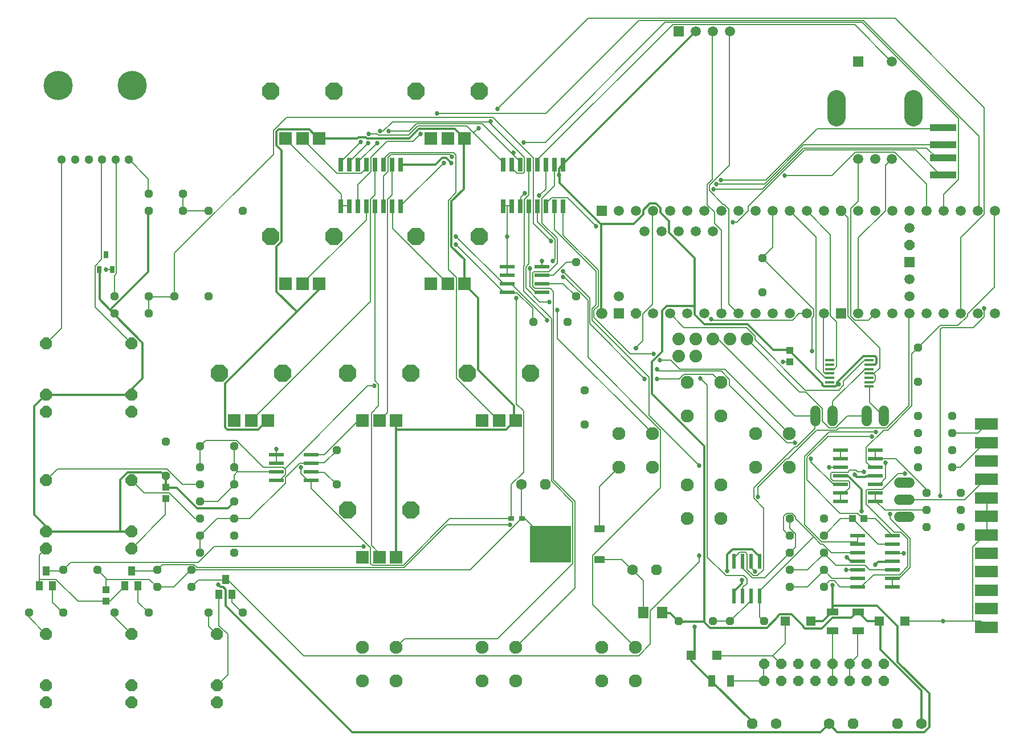
<source format=gbr>
G04 EAGLE Gerber RS-274X export*
G75*
%MOMM*%
%FSLAX34Y34*%
%LPD*%
%INBottom Copper*%
%IPPOS*%
%AMOC8*
5,1,8,0,0,1.08239X$1,22.5*%
G01*
%ADD10R,3.500000X1.700000*%
%ADD11P,1.319650X8X22.500000*%
%ADD12P,1.319650X8X202.500000*%
%ADD13R,1.000000X1.100000*%
%ADD14C,1.524000*%
%ADD15R,2.200000X0.600000*%
%ADD16C,1.930400*%
%ADD17R,1.879600X1.879600*%
%ADD18P,2.749271X8X112.500000*%
%ADD19P,1.924489X8X22.500000*%
%ADD20R,1.500000X1.500000*%
%ADD21C,1.676400*%
%ADD22P,1.623585X8X292.500000*%
%ADD23C,1.500000*%
%ADD24R,1.450000X0.450000*%
%ADD25R,1.800000X1.000000*%
%ADD26R,1.000000X1.800000*%
%ADD27P,1.732040X8X22.500000*%
%ADD28C,1.600200*%
%ADD29P,1.732040X8X202.500000*%
%ADD30R,1.400000X1.400000*%
%ADD31P,1.649562X8X22.500000*%
%ADD32P,1.319650X8X112.500000*%
%ADD33R,0.660400X2.032000*%
%ADD34C,2.700000*%
%ADD35R,0.700000X1.000000*%
%ADD36P,1.319650X8X292.500000*%
%ADD37R,6.200000X5.400000*%
%ADD38R,1.600000X1.000000*%
%ADD39R,0.850000X0.700000*%
%ADD40R,1.600000X1.803000*%
%ADD41C,1.300000*%
%ADD42C,4.350000*%
%ADD43R,1.000000X1.400000*%
%ADD44R,4.000000X1.120000*%
%ADD45R,0.600000X2.200000*%
%ADD46C,1.879600*%
%ADD47C,0.304800*%
%ADD48C,0.685800*%
%ADD49C,0.152400*%
%ADD50C,0.705600*%
%ADD51C,0.355600*%


D10*
X1689608Y483616D03*
X1689608Y456184D03*
X1689608Y428752D03*
X1689608Y401320D03*
X1689608Y373888D03*
X1689608Y346456D03*
X1689608Y319024D03*
X1689608Y291592D03*
X1689608Y264160D03*
X1689608Y236728D03*
X1689608Y209296D03*
X1689608Y181864D03*
D11*
X1231900Y190500D03*
X1282700Y190500D03*
X1308100Y190500D03*
X1358900Y190500D03*
D12*
X1447800Y342900D03*
X1397000Y342900D03*
D11*
X1397000Y292100D03*
X1447800Y292100D03*
X1397000Y241300D03*
X1447800Y241300D03*
X1397000Y266700D03*
X1447800Y266700D03*
D13*
X1490100Y342900D03*
X1507100Y342900D03*
D11*
X1397000Y317500D03*
X1447800Y317500D03*
X1587500Y419100D03*
X1638300Y419100D03*
X1587500Y444500D03*
X1638300Y444500D03*
X1587500Y469900D03*
X1638300Y469900D03*
X1587500Y495300D03*
X1638300Y495300D03*
D14*
X1574800Y345440D02*
X1559560Y345440D01*
X1559560Y370840D02*
X1574800Y370840D01*
X1574800Y396240D02*
X1559560Y396240D01*
D15*
X977300Y692150D03*
X1029300Y692150D03*
X977300Y679450D03*
X977300Y704850D03*
X977300Y717550D03*
X1029300Y679450D03*
X1029300Y704850D03*
X1029300Y717550D03*
D16*
X1245000Y393300D03*
X1295000Y393300D03*
X1245000Y343300D03*
X1295000Y343300D03*
X1245000Y545700D03*
X1295000Y545700D03*
X1245000Y495700D03*
X1295000Y495700D03*
D17*
X621900Y488800D03*
X596900Y488800D03*
X571900Y488800D03*
D18*
X643900Y558800D03*
X549900Y558800D03*
D12*
X495300Y825500D03*
X444500Y825500D03*
X584200Y800100D03*
X533400Y800100D03*
X1066800Y635000D03*
X1016000Y635000D03*
X495300Y800100D03*
X444500Y800100D03*
D19*
X292100Y527050D03*
X292100Y603250D03*
X292100Y501650D03*
D20*
X1117600Y800100D03*
X1574800Y723900D03*
X1143000Y647700D03*
D21*
X1117600Y647700D03*
D22*
X1168400Y647700D03*
X1574800Y749300D03*
D23*
X1574800Y774700D03*
X1574800Y698500D03*
X1574800Y673100D03*
X1447800Y647700D03*
X1447800Y800100D03*
X1143000Y800100D03*
X1168400Y800100D03*
X1193800Y800100D03*
X1219200Y800100D03*
X1244600Y800100D03*
X1270000Y800100D03*
X1295400Y800100D03*
X1320800Y800100D03*
X1346200Y800100D03*
X1371600Y800100D03*
X1397000Y800100D03*
X1422400Y800100D03*
X1143000Y673100D03*
X1422400Y647700D03*
X1397000Y647700D03*
X1371600Y647700D03*
X1346200Y647700D03*
X1320800Y647700D03*
X1295400Y647700D03*
X1270000Y647700D03*
X1244600Y647700D03*
X1219200Y647700D03*
X1193800Y647700D03*
D22*
X1473200Y800100D03*
D23*
X1524000Y800100D03*
X1549400Y800100D03*
X1574800Y800100D03*
X1600200Y800100D03*
X1625600Y800100D03*
X1651000Y800100D03*
X1676400Y800100D03*
X1701800Y800100D03*
X1498600Y647700D03*
X1524000Y647700D03*
X1549400Y647700D03*
X1574800Y647700D03*
X1600200Y647700D03*
X1625600Y647700D03*
X1651000Y647700D03*
X1676400Y647700D03*
X1701800Y647700D03*
X1181100Y770100D03*
X1206500Y770100D03*
X1231900Y770100D03*
X1257300Y770100D03*
X1282700Y770100D03*
X1498600Y800100D03*
D20*
X1473200Y647700D03*
D24*
X1456650Y539300D03*
X1456650Y545800D03*
X1456650Y552300D03*
X1456650Y558800D03*
X1456650Y565300D03*
X1456650Y571800D03*
X1456650Y578300D03*
X1515150Y578300D03*
X1515150Y571800D03*
X1515150Y565300D03*
X1515150Y558800D03*
X1515150Y552300D03*
X1515150Y545800D03*
X1515150Y539300D03*
D25*
X1460500Y204500D03*
X1460500Y176500D03*
D26*
X1281400Y101600D03*
X1309400Y101600D03*
D27*
X1490980Y38100D03*
D28*
X1455420Y38100D03*
D29*
X1341120Y38100D03*
D28*
X1376680Y38100D03*
D30*
X1428700Y190500D03*
X1390700Y190500D03*
X1289000Y139700D03*
X1251000Y139700D03*
D31*
X1358900Y127000D03*
X1358900Y101600D03*
X1384300Y127000D03*
X1384300Y101600D03*
X1409700Y127000D03*
X1409700Y101600D03*
X1435100Y127000D03*
X1435100Y101600D03*
X1460500Y127000D03*
X1460500Y101600D03*
X1485900Y127000D03*
X1485900Y101600D03*
X1511300Y127000D03*
X1511300Y101600D03*
X1536700Y127000D03*
X1536700Y101600D03*
D25*
X1498600Y204500D03*
X1498600Y176500D03*
D29*
X1557020Y38100D03*
D28*
X1592580Y38100D03*
D30*
X1530400Y190500D03*
X1568400Y190500D03*
D13*
X1397000Y592700D03*
X1397000Y575700D03*
D17*
X990200Y488800D03*
X965200Y488800D03*
X940200Y488800D03*
D18*
X1012200Y558800D03*
X918200Y558800D03*
D11*
X1600200Y330200D03*
X1651000Y330200D03*
X1600200Y355600D03*
X1651000Y355600D03*
X1600200Y381000D03*
X1651000Y381000D03*
D32*
X1092200Y482600D03*
X1092200Y533400D03*
X1356360Y679450D03*
X1356360Y730250D03*
X1587500Y546100D03*
X1587500Y596900D03*
D16*
X762400Y152000D03*
X812400Y152000D03*
X762400Y102000D03*
X812400Y102000D03*
X1143400Y469500D03*
X1193400Y469500D03*
X1143400Y419500D03*
X1193400Y419500D03*
X940200Y152000D03*
X990200Y152000D03*
X940200Y102000D03*
X990200Y102000D03*
X1346600Y469500D03*
X1396600Y469500D03*
X1346600Y419500D03*
X1396600Y419500D03*
D33*
X1060450Y807466D03*
X1060450Y868934D03*
X1047750Y807466D03*
X1035050Y807466D03*
X1047750Y868934D03*
X1035050Y868934D03*
X1022350Y807466D03*
X1022350Y868934D03*
X1009650Y807466D03*
X1009650Y868934D03*
X996950Y807466D03*
X984250Y807466D03*
X996950Y868934D03*
X984250Y868934D03*
X971550Y807466D03*
X971550Y868934D03*
D17*
X812400Y488800D03*
X787400Y488800D03*
X762400Y488800D03*
D18*
X834400Y558800D03*
X740400Y558800D03*
D17*
X698100Y907900D03*
X673100Y907900D03*
X648100Y907900D03*
D18*
X720100Y977900D03*
X626100Y977900D03*
D17*
X914000Y907900D03*
X889000Y907900D03*
X864000Y907900D03*
D18*
X936000Y977900D03*
X842000Y977900D03*
D33*
X819150Y807466D03*
X819150Y868934D03*
X806450Y807466D03*
X793750Y807466D03*
X806450Y868934D03*
X793750Y868934D03*
X781050Y807466D03*
X781050Y868934D03*
X768350Y807466D03*
X768350Y868934D03*
X755650Y807466D03*
X742950Y807466D03*
X755650Y868934D03*
X742950Y868934D03*
X730250Y807466D03*
X730250Y868934D03*
D23*
X1549000Y1022500D03*
D20*
X1499000Y1022500D03*
D23*
X1499000Y877500D03*
X1524000Y877500D03*
X1549000Y877500D03*
D34*
X1467000Y939000D02*
X1467000Y966000D01*
X1581000Y966000D02*
X1581000Y939000D01*
D16*
X1118000Y152000D03*
X1168000Y152000D03*
X1118000Y102000D03*
X1168000Y102000D03*
D17*
X698100Y692000D03*
X673100Y692000D03*
X648100Y692000D03*
D18*
X720100Y762000D03*
X626100Y762000D03*
D17*
X914000Y692000D03*
X889000Y692000D03*
X864000Y692000D03*
D18*
X936000Y762000D03*
X842000Y762000D03*
D17*
X812400Y285600D03*
X787400Y285600D03*
X762400Y285600D03*
D18*
X834400Y355600D03*
X740400Y355600D03*
D15*
X1524600Y431800D03*
X1472600Y431800D03*
X1524600Y444500D03*
X1524600Y419100D03*
X1524600Y406400D03*
X1472600Y444500D03*
X1472600Y419100D03*
X1472600Y406400D03*
X1524600Y381000D03*
X1472600Y381000D03*
X1524600Y393700D03*
X1524600Y368300D03*
X1472600Y393700D03*
X1472600Y368300D03*
D35*
X381000Y734900D03*
X371500Y712900D03*
X390500Y712900D03*
D36*
X469900Y457200D03*
X469900Y406400D03*
D13*
X469900Y389500D03*
X469900Y372500D03*
D27*
X1033780Y393700D03*
D28*
X998220Y393700D03*
D13*
X381000Y237100D03*
X381000Y220100D03*
D37*
X1041800Y304800D03*
D38*
X1114800Y327600D03*
X1114800Y282000D03*
D39*
X999600Y342900D03*
X983600Y342900D03*
D40*
X1208020Y203200D03*
X1179580Y203200D03*
D27*
X1198880Y266700D03*
D28*
X1163320Y266700D03*
D15*
X1498000Y254000D03*
X1550000Y254000D03*
X1498000Y241300D03*
X1498000Y266700D03*
X1498000Y279400D03*
X1550000Y241300D03*
X1550000Y266700D03*
X1550000Y279400D03*
X1498000Y304800D03*
X1550000Y304800D03*
X1498000Y292100D03*
X1498000Y317500D03*
X1550000Y292100D03*
X1550000Y317500D03*
D12*
X444500Y673100D03*
X393700Y673100D03*
D32*
X1079500Y673100D03*
X1079500Y723900D03*
D11*
X482600Y673100D03*
X533400Y673100D03*
D12*
X444500Y647700D03*
X393700Y647700D03*
D19*
X419100Y527050D03*
X419100Y603250D03*
X419100Y501650D03*
D41*
X355600Y876300D03*
X375600Y876300D03*
X395600Y876300D03*
X335600Y876300D03*
X315600Y876300D03*
X415600Y876300D03*
D42*
X310600Y986300D03*
X420600Y986300D03*
D20*
X1231900Y1066800D03*
D23*
X1257300Y1066800D03*
X1282700Y1066800D03*
X1308100Y1066800D03*
D15*
X634400Y412750D03*
X686400Y412750D03*
X634400Y400050D03*
X634400Y425450D03*
X634400Y438150D03*
X686400Y400050D03*
X686400Y425450D03*
X686400Y438150D03*
D12*
X571500Y393700D03*
X520700Y393700D03*
D11*
X520700Y419100D03*
X571500Y419100D03*
D12*
X571500Y450850D03*
X520700Y450850D03*
D11*
X520700Y368300D03*
X571500Y368300D03*
D19*
X292100Y323850D03*
X292100Y400050D03*
X292100Y298450D03*
D12*
X571500Y342900D03*
X520700Y342900D03*
X571500Y292100D03*
X520700Y292100D03*
D36*
X723900Y444500D03*
X723900Y393700D03*
D11*
X520700Y317500D03*
X571500Y317500D03*
D19*
X419100Y323850D03*
X419100Y400050D03*
X419100Y298450D03*
X292100Y95250D03*
X292100Y171450D03*
X292100Y69850D03*
D43*
X292100Y265000D03*
X282600Y243000D03*
X301600Y243000D03*
D11*
X266700Y203200D03*
X317500Y203200D03*
X317500Y266700D03*
X368300Y266700D03*
D19*
X419100Y95250D03*
X419100Y171450D03*
X419100Y69850D03*
D43*
X419100Y265000D03*
X409600Y243000D03*
X428600Y243000D03*
D11*
X393700Y203200D03*
X444500Y203200D03*
X457200Y266700D03*
X508000Y266700D03*
D19*
X546100Y95250D03*
X546100Y171450D03*
X546100Y69850D03*
D43*
X558800Y252300D03*
X549300Y230300D03*
X568300Y230300D03*
D11*
X533400Y203200D03*
X584200Y203200D03*
D12*
X508000Y241300D03*
X457200Y241300D03*
D44*
X1625300Y899000D03*
X1625300Y879000D03*
X1625300Y924000D03*
X1625300Y854000D03*
D45*
X1339850Y228000D03*
X1339850Y280000D03*
X1352550Y228000D03*
X1327150Y228000D03*
X1314450Y228000D03*
X1352550Y280000D03*
X1327150Y280000D03*
X1314450Y280000D03*
D46*
X1231900Y609600D03*
X1257300Y609600D03*
X1282700Y609600D03*
X1308100Y609600D03*
X1333500Y609600D03*
X1231900Y584200D03*
X1257300Y584200D03*
D14*
X1511300Y502920D02*
X1511300Y487680D01*
X1536700Y487680D02*
X1536700Y502920D01*
X1460500Y502920D02*
X1460500Y487680D01*
X1435100Y487680D02*
X1435100Y502920D01*
D47*
X1304544Y289560D02*
X1304544Y265176D01*
X1304544Y289560D02*
X1312926Y297942D01*
X1341120Y297942D01*
X1352550Y286512D01*
X1352550Y280000D01*
X1428700Y190500D02*
X1446276Y190500D01*
X1459992Y204216D01*
X1460500Y204500D01*
X1488186Y279654D02*
X1497330Y279654D01*
X1488186Y279654D02*
X1482090Y285750D01*
X1497330Y279654D02*
X1498000Y279400D01*
X1510284Y406146D02*
X1524000Y406146D01*
X1510284Y406146D02*
X1509522Y405384D01*
X1496568Y405384D01*
X1493520Y408432D01*
X1524000Y406146D02*
X1524600Y406400D01*
X1460754Y243840D02*
X1460754Y213360D01*
X1460754Y205740D01*
X1460500Y204500D01*
X551688Y241554D02*
X547878Y245364D01*
X551688Y241554D02*
X555498Y241554D01*
X559308Y237744D01*
X559308Y214122D01*
X747522Y25908D01*
X1443228Y25908D01*
X1455420Y38100D01*
X1460754Y213360D02*
X1527048Y213360D01*
X1557528Y182880D01*
X1557528Y130302D01*
X1604772Y83058D01*
X1604772Y33528D01*
X1597152Y25908D01*
X1467612Y25908D01*
X1455420Y38100D01*
D48*
X1304544Y265176D03*
X1482090Y285750D03*
X1493520Y408432D03*
X1460754Y243840D03*
X547878Y245364D03*
D47*
X1528572Y278892D02*
X1549908Y278892D01*
X1528572Y278892D02*
X1524762Y275082D01*
X1549908Y278892D02*
X1550000Y279400D01*
X1484376Y406146D02*
X1472946Y406146D01*
X1484376Y406146D02*
X1504188Y386334D01*
X1504188Y354330D01*
X1472946Y406146D02*
X1472600Y406400D01*
X1326642Y251460D02*
X1326642Y246888D01*
X1314450Y234696D01*
X1314450Y228000D01*
X1251204Y139446D02*
X1251204Y131826D01*
X1280922Y102108D01*
X1251204Y139446D02*
X1251000Y139700D01*
X1280922Y102108D02*
X1281400Y101600D01*
X1341120Y41910D02*
X1341120Y38100D01*
X1341120Y41910D02*
X1282446Y100584D01*
X1281400Y101600D01*
X1255776Y145542D02*
X1255776Y182118D01*
X1255776Y145542D02*
X1251204Y140970D01*
X1251000Y139700D01*
D48*
X1524762Y275082D03*
X1504188Y354330D03*
X1326642Y251460D03*
X1255776Y182118D03*
D49*
X1690116Y319278D02*
X1690116Y345948D01*
X1690116Y319278D02*
X1689608Y319024D01*
X1690116Y345948D02*
X1689608Y346456D01*
X1690116Y346710D02*
X1690116Y373380D01*
X1689608Y373888D01*
X1690116Y346710D02*
X1689608Y346456D01*
X1680972Y190500D02*
X1669542Y190500D01*
X1625346Y190500D01*
X1568400Y190500D01*
X1680972Y190500D02*
X1689608Y181864D01*
X1689354Y318516D02*
X1687068Y318516D01*
X1669542Y300990D01*
X1669542Y190500D01*
X1689354Y318516D02*
X1689608Y319024D01*
X983742Y807720D02*
X977646Y807720D01*
X971550Y807720D01*
X971550Y807466D01*
X983742Y807720D02*
X984250Y807466D01*
X977646Y717042D02*
X977646Y704850D01*
X977300Y704850D01*
X977646Y717042D02*
X977300Y717550D01*
X977646Y717804D02*
X977646Y762762D01*
X977646Y807720D01*
X977646Y717804D02*
X977300Y717550D01*
X387096Y220218D02*
X381000Y220218D01*
X387096Y220218D02*
X409194Y242316D01*
X409600Y243000D01*
X634746Y425958D02*
X634746Y438150D01*
X634746Y425958D02*
X634400Y425450D01*
X730758Y807720D02*
X742950Y807720D01*
X730758Y807720D02*
X730250Y807466D01*
X742950Y807466D02*
X742950Y807720D01*
X390144Y713232D02*
X381762Y713232D01*
X390144Y713232D02*
X390500Y712900D01*
X469392Y371856D02*
X469392Y348996D01*
X419100Y298704D01*
X469392Y371856D02*
X469900Y372500D01*
X419100Y298704D02*
X419100Y298450D01*
X1386840Y576072D02*
X1396746Y576072D01*
X1397000Y575700D01*
X282702Y288798D02*
X282702Y252984D01*
X282702Y243078D01*
X282702Y288798D02*
X291846Y297942D01*
X282702Y243078D02*
X282600Y243000D01*
X291846Y297942D02*
X292100Y298450D01*
X549402Y230124D02*
X549402Y184404D01*
X562356Y171450D01*
X562356Y111252D01*
X546354Y95250D01*
X549402Y230124D02*
X549300Y230300D01*
X546354Y95250D02*
X546100Y95250D01*
X1289304Y139446D02*
X1371600Y139446D01*
X1371981Y139065D02*
X1383792Y127254D01*
X1371981Y139065D02*
X1371600Y139446D01*
X1289304Y139446D02*
X1289000Y139700D01*
X1383792Y127254D02*
X1384300Y127000D01*
X1390650Y157734D02*
X1390650Y190500D01*
X1390650Y157734D02*
X1371981Y139065D01*
X1390650Y190500D02*
X1390700Y190500D01*
X1114806Y327660D02*
X1114806Y390906D01*
X1143400Y419500D01*
X1114806Y327660D02*
X1114800Y327600D01*
X705612Y438150D02*
X686400Y438150D01*
X705612Y438150D02*
X755904Y488442D01*
X762000Y488442D01*
X762400Y488800D01*
X1481328Y266700D02*
X1498000Y266700D01*
X1029462Y717804D02*
X1029462Y726186D01*
X1029462Y717804D02*
X1029300Y717550D01*
X1550670Y291846D02*
X1566672Y291846D01*
X1550670Y291846D02*
X1550000Y292100D01*
X1472600Y419100D02*
X1456182Y419100D01*
X730758Y808482D02*
X730758Y825246D01*
X648462Y907542D01*
X730758Y808482D02*
X730250Y807466D01*
X648462Y907542D02*
X648100Y907900D01*
X634746Y446532D02*
X634746Y438150D01*
X634400Y438150D01*
X381000Y220218D02*
X339852Y220218D01*
X307086Y252984D01*
X282702Y252984D01*
X381000Y220218D02*
X381000Y220100D01*
D48*
X381762Y713232D03*
X1386840Y576072D03*
X1481328Y266700D03*
X1029462Y726186D03*
X1566672Y291846D03*
X1456182Y419100D03*
X634746Y446532D03*
X977646Y762762D03*
X1625346Y190500D03*
D49*
X1456182Y552450D02*
X1450086Y552450D01*
X1436370Y566166D01*
X1436370Y761238D01*
X1397508Y800100D01*
X1456182Y552450D02*
X1456650Y552300D01*
X1397508Y800100D02*
X1397000Y800100D01*
X1456944Y565404D02*
X1463040Y565404D01*
X1466850Y569214D01*
X1466850Y635508D01*
X1457706Y644652D01*
X1457706Y765048D01*
X1422654Y800100D01*
X1456944Y565404D02*
X1456650Y565300D01*
X1422654Y800100D02*
X1422400Y800100D01*
X1449324Y559308D02*
X1456182Y559308D01*
X1449324Y559308D02*
X1447038Y561594D01*
X1447038Y646938D01*
X1447800Y647700D01*
X1456182Y559308D02*
X1456650Y558800D01*
X1339596Y227838D02*
X1339596Y221742D01*
X1308354Y190500D01*
X1339596Y227838D02*
X1339850Y228000D01*
X1308354Y190500D02*
X1308100Y190500D01*
X1282700Y190500D01*
X1327404Y269748D02*
X1327404Y279654D01*
X1327404Y269748D02*
X1341882Y255270D01*
X1360170Y255270D01*
X1397000Y292100D01*
X1327404Y279654D02*
X1327150Y280000D01*
X1397508Y329184D02*
X1397508Y342900D01*
X1397508Y329184D02*
X1405890Y320802D01*
X1405890Y300990D01*
X1397000Y292100D01*
X1397000Y342900D02*
X1397508Y342900D01*
X1352550Y228000D02*
X1352550Y196596D01*
X1358646Y190500D01*
X1358900Y190500D01*
X1459230Y292608D02*
X1497330Y292608D01*
X1459230Y292608D02*
X1446276Y305562D01*
X1443228Y305562D01*
X1432941Y315849D02*
X1405890Y342900D01*
X1432941Y315849D02*
X1443228Y305562D01*
X1405890Y342900D02*
X1405890Y345948D01*
X1400556Y351282D01*
X1392936Y351282D01*
X1388364Y346710D01*
X1388364Y326136D01*
X1397000Y317500D01*
X1497330Y292608D02*
X1498000Y292100D01*
X1352550Y235458D02*
X1352550Y228000D01*
X1352550Y235458D02*
X1432941Y315849D01*
X1472946Y342900D02*
X1490100Y342900D01*
X1472946Y342900D02*
X1447800Y317754D01*
X1447800Y317500D01*
X1528572Y304800D02*
X1550000Y304800D01*
X1528572Y304800D02*
X1490472Y342900D01*
X1490100Y342900D01*
X1497330Y254508D02*
X1459992Y254508D01*
X1447800Y266700D01*
X1497330Y254508D02*
X1498000Y254000D01*
X1423416Y241554D02*
X1397508Y241554D01*
X1423416Y241554D02*
X1447800Y265938D01*
X1397508Y241554D02*
X1397000Y241300D01*
X1447800Y265938D02*
X1447800Y266700D01*
X1638300Y419100D02*
X1650492Y419100D01*
X1687068Y455676D01*
X1689354Y455676D01*
X1689608Y456184D01*
X1676400Y470154D02*
X1638300Y470154D01*
X1676400Y470154D02*
X1689354Y483108D01*
X1638300Y470154D02*
X1638300Y469900D01*
X1689354Y483108D02*
X1689608Y483616D01*
X1686306Y643128D02*
X1686306Y656082D01*
X1686306Y643128D02*
X1670304Y627126D01*
X1623822Y627126D01*
X1620774Y624078D01*
X1620774Y377190D01*
D48*
X1686306Y656082D03*
X1620774Y377190D03*
D47*
X1219200Y202692D02*
X1208532Y202692D01*
X1219200Y202692D02*
X1231392Y190500D01*
X1208532Y202692D02*
X1208020Y203200D01*
X1231392Y190500D02*
X1231900Y190500D01*
X1512570Y190500D02*
X1530400Y190500D01*
X1512570Y190500D02*
X1498854Y204216D01*
X1498600Y204500D01*
X1531620Y189738D02*
X1531620Y148590D01*
X1592580Y87630D01*
X1592580Y38100D01*
X1531620Y189738D02*
X1530400Y190500D01*
X1269492Y189738D02*
X1232916Y189738D01*
X1269492Y189738D02*
X1278636Y180594D01*
X1363218Y180594D01*
X1379982Y197358D01*
X1379982Y198882D01*
X1382268Y201168D01*
X1399794Y201168D01*
X1418082Y182880D01*
X1418082Y181356D01*
X1419606Y179832D01*
X1444752Y179832D01*
X1460754Y195834D01*
X1488948Y195834D01*
X1497330Y204216D01*
X1232916Y189738D02*
X1231900Y190500D01*
X1497330Y204216D02*
X1498600Y204500D01*
X1445514Y544068D02*
X1397508Y592074D01*
X1445514Y544068D02*
X1445514Y541782D01*
X1447800Y539496D01*
X1456182Y539496D01*
X1397508Y592074D02*
X1397000Y592700D01*
X1456182Y539496D02*
X1456650Y539300D01*
X1515618Y572262D02*
X1524000Y572262D01*
X1526286Y574548D01*
X1526286Y582168D01*
X1524000Y584454D01*
X1506474Y584454D01*
X1467612Y545592D01*
X1467612Y543306D02*
X1467612Y541782D01*
X1467612Y543306D02*
X1467612Y545592D01*
X1467612Y541782D02*
X1465326Y539496D01*
X1457706Y539496D01*
X1515150Y571800D02*
X1515618Y572262D01*
X1457706Y539496D02*
X1456650Y539300D01*
X1467612Y543306D02*
X1469898Y543306D01*
X870966Y869442D02*
X819150Y869442D01*
X870966Y869442D02*
X880872Y879348D01*
X886968Y879348D01*
X894588Y871728D01*
X1054608Y863346D02*
X1054608Y853440D01*
X1054608Y863346D02*
X1059942Y868680D01*
X819150Y868934D02*
X819150Y869442D01*
X1059942Y868680D02*
X1060450Y868934D01*
X1060704Y870204D02*
X1257300Y1066800D01*
X1060704Y870204D02*
X1060450Y868934D01*
X1117092Y780288D02*
X1117092Y647700D01*
X1117092Y780288D02*
X1055370Y842010D01*
X1055370Y852678D01*
X1117092Y647700D02*
X1117600Y647700D01*
X1055370Y852678D02*
X1054608Y853440D01*
X1373124Y593598D02*
X1395984Y593598D01*
X1373124Y593598D02*
X1335024Y631698D01*
X1270254Y631698D01*
X1255776Y646176D01*
X1255776Y659130D02*
X1255776Y729996D01*
X1255776Y659130D02*
X1255776Y646176D01*
X1255776Y729996D02*
X1217676Y768096D01*
X1217676Y785622D01*
X1205484Y797814D01*
X1205484Y804672D01*
X1198626Y811530D01*
X1189482Y811530D01*
X1179576Y801624D01*
X1179576Y795528D01*
X1165098Y781050D01*
X1117854Y781050D01*
X1395984Y593598D02*
X1397000Y592700D01*
X1117854Y781050D02*
X1117092Y780288D01*
X1270254Y451104D02*
X1270254Y190500D01*
X1270254Y451104D02*
X1192530Y528828D01*
X1192530Y576072D01*
X1207770Y591312D01*
X1207770Y652272D01*
X1214628Y659130D01*
X1255776Y659130D01*
X1270254Y190500D02*
X1269492Y189738D01*
D48*
X1469898Y543306D03*
X894588Y871728D03*
X1054608Y853440D03*
D49*
X1472184Y241554D02*
X1497330Y241554D01*
X1472184Y241554D02*
X1463040Y250698D01*
X1456944Y250698D01*
X1447800Y241554D01*
X1497330Y241554D02*
X1498000Y241300D01*
X1447800Y241554D02*
X1447800Y241300D01*
X1558290Y409956D02*
X1568196Y409956D01*
X1558290Y409956D02*
X1534668Y386334D01*
X1512570Y386334D01*
X1511046Y384810D01*
X1511046Y364236D01*
X1552194Y323088D01*
X1562100Y323088D01*
X1572768Y312420D01*
X1572768Y272034D01*
X1560576Y259842D01*
X1521714Y259842D01*
X1503426Y241554D01*
X1498092Y241554D01*
X1498000Y241300D01*
D48*
X1568196Y409956D03*
D49*
X1549908Y253746D02*
X1549908Y241554D01*
X1550000Y241300D01*
X1549908Y253746D02*
X1550000Y254000D01*
X1546098Y343662D02*
X1546098Y349758D01*
X1546098Y343662D02*
X1575816Y313944D01*
X1575816Y270510D01*
X1559814Y254508D01*
X1550670Y254508D01*
X1550000Y254000D01*
D48*
X1546098Y349758D03*
D49*
X1524762Y342900D02*
X1507100Y342900D01*
X1524762Y342900D02*
X1549908Y317754D01*
X1550000Y317500D01*
X1519428Y465582D02*
X1453896Y465582D01*
X1422654Y434340D01*
X1422654Y400812D01*
X1472184Y351282D01*
X1498092Y351282D01*
X1506474Y342900D01*
X1507100Y342900D01*
D48*
X1519428Y465582D03*
D49*
X1498092Y316992D02*
X1498092Y308610D01*
X1498092Y304800D01*
X1498000Y304800D01*
X1498092Y316992D02*
X1498000Y317500D01*
X1525524Y471678D02*
X1455420Y471678D01*
X1419606Y435864D01*
X1419606Y333756D01*
X1444752Y308610D01*
X1498092Y308610D01*
D48*
X1525524Y471678D03*
D49*
X1514856Y577596D02*
X1507236Y577596D01*
X1476756Y547116D01*
X1476756Y541020D01*
X1469898Y534162D01*
X1420368Y534162D01*
X1345692Y608838D01*
X1345692Y614172D01*
X1332738Y627126D01*
X1239774Y627126D01*
X1219200Y647700D01*
X1514856Y577596D02*
X1515150Y578300D01*
X1524762Y393954D02*
X1530858Y393954D01*
X1540002Y403098D01*
X1540002Y425958D01*
X1430274Y592074D02*
X1430274Y641604D01*
X1432560Y643890D01*
X1432560Y653796D01*
X1356360Y729996D01*
X1524762Y393954D02*
X1524600Y393700D01*
X1356360Y729996D02*
X1356360Y730250D01*
X1371600Y745998D02*
X1371600Y800100D01*
X1371600Y745998D02*
X1356360Y730758D01*
X1356360Y730250D01*
D48*
X1540002Y425958D03*
X1430274Y592074D03*
D49*
X1519428Y419100D02*
X1524600Y419100D01*
X1519428Y419100D02*
X1511046Y427482D01*
X1511046Y448818D01*
X1536954Y474726D01*
X1543050Y474726D01*
X1578864Y510540D01*
X1578864Y588264D01*
X1587500Y596900D01*
X1701546Y687324D02*
X1701546Y800100D01*
X1701546Y687324D02*
X1661160Y646938D01*
X1661160Y643890D01*
X1647444Y630174D01*
X1620774Y630174D01*
X1587500Y596900D01*
X1701546Y800100D02*
X1701800Y800100D01*
X1472184Y393954D02*
X1462278Y393954D01*
X1428750Y427482D01*
X1428750Y432054D01*
X1405128Y455676D02*
X1392936Y455676D01*
X1307592Y541020D01*
X1307592Y550164D01*
X1295400Y562356D01*
X1203198Y562356D01*
X1200150Y565404D01*
X1472184Y393954D02*
X1472600Y393700D01*
X1193292Y661416D02*
X1193292Y800100D01*
X1193292Y661416D02*
X1178814Y646938D01*
X1178814Y607314D01*
X1193292Y800100D02*
X1193800Y800100D01*
D48*
X1428750Y432054D03*
X1405128Y455676D03*
X1200150Y565404D03*
D49*
X1168400Y596900D02*
X1178814Y607314D01*
X1168400Y596900D02*
X1168654Y596646D01*
X1168908Y596646D01*
D50*
X1168908Y596646D03*
D49*
X1567434Y371094D02*
X1657350Y371094D01*
X1687068Y400812D01*
X1689354Y400812D01*
X1567434Y371094D02*
X1567180Y370840D01*
X1689354Y400812D02*
X1689608Y401320D01*
X1340358Y279654D02*
X1340358Y269748D01*
X1345692Y264414D01*
X1340358Y279654D02*
X1339850Y280000D01*
X1515618Y266700D02*
X1550000Y266700D01*
X1515618Y266700D02*
X1508760Y273558D01*
X1466088Y273558D01*
X1447800Y291846D01*
X1447800Y292100D01*
X1423416Y266700D02*
X1397000Y266700D01*
X1423416Y266700D02*
X1447800Y291084D01*
X1447800Y292100D01*
D48*
X1345692Y264414D03*
D51*
X419100Y323850D02*
X402336Y323850D01*
X292100Y323850D01*
X470154Y390144D02*
X470154Y406146D01*
X470154Y390144D02*
X469900Y389500D01*
X470154Y406146D02*
X469900Y406400D01*
X471678Y389382D02*
X486156Y389382D01*
X516636Y358902D01*
X562356Y358902D01*
X571500Y368046D01*
X471678Y389382D02*
X469900Y389500D01*
X571500Y368300D02*
X571500Y368046D01*
X402336Y400812D02*
X402336Y323850D01*
X402336Y400812D02*
X413766Y412242D01*
X463296Y412242D01*
X468630Y406908D01*
X469900Y406400D01*
X419100Y527304D02*
X292608Y527304D01*
X292100Y527050D01*
X419100Y527304D02*
X419100Y527050D01*
X371856Y669036D02*
X371856Y712470D01*
X387477Y653415D02*
X393192Y647700D01*
X387477Y653415D02*
X371856Y669036D01*
X371856Y712470D02*
X371500Y712900D01*
X393192Y647700D02*
X393700Y647700D01*
X444246Y710184D02*
X444246Y800100D01*
X444246Y710184D02*
X387477Y653415D01*
X444246Y800100D02*
X444500Y800100D01*
X419862Y535686D02*
X419862Y528828D01*
X419862Y535686D02*
X435864Y551688D01*
X435864Y604266D01*
X393954Y646176D01*
X419862Y528828D02*
X419100Y527050D01*
X393954Y646176D02*
X393700Y647700D01*
X291846Y332232D02*
X291846Y325374D01*
X291846Y332232D02*
X275082Y348996D01*
X275082Y509778D01*
X291084Y525780D01*
X291846Y325374D02*
X292100Y323850D01*
X291084Y525780D02*
X292100Y527050D01*
X812292Y488442D02*
X812292Y475488D01*
X812292Y285750D01*
X812400Y285600D01*
X812292Y488442D02*
X812400Y488800D01*
X988314Y488442D02*
X989838Y488442D01*
X988314Y488442D02*
X975360Y475488D01*
X812292Y475488D01*
X989838Y488442D02*
X990200Y488800D01*
X621792Y488442D02*
X620268Y488442D01*
X607314Y475488D01*
X561594Y475488D01*
X558546Y478536D01*
X558546Y544068D01*
X664845Y650367D02*
X697992Y683514D01*
X664845Y650367D02*
X558546Y544068D01*
X697992Y683514D02*
X697992Y691896D01*
X621900Y488800D02*
X621792Y488442D01*
X697992Y691896D02*
X698100Y692000D01*
X698754Y908304D02*
X755142Y908304D01*
X756666Y909828D01*
X767334Y909828D01*
X768858Y908304D01*
X832104Y908304D01*
X845820Y922020D01*
X899922Y922020D01*
X913638Y908304D01*
X698754Y908304D02*
X698100Y907900D01*
X913638Y908304D02*
X914000Y907900D01*
X913638Y728472D02*
X913638Y692658D01*
X913638Y728472D02*
X894588Y747522D01*
X894588Y814578D01*
X912876Y832866D01*
X912876Y906780D01*
X913638Y692658D02*
X914000Y692000D01*
X912876Y906780D02*
X914000Y907900D01*
X664845Y650367D02*
X634746Y680466D01*
X634746Y747522D01*
X642366Y755142D01*
X642366Y890016D01*
X634746Y897636D01*
X634746Y918210D01*
X637794Y921258D01*
X683514Y921258D01*
X696468Y908304D01*
X698100Y907900D01*
X987552Y511302D02*
X987552Y489966D01*
X987552Y511302D02*
X934212Y564642D01*
X934212Y670560D01*
X914400Y690372D01*
X987552Y489966D02*
X990200Y488800D01*
X914400Y690372D02*
X914000Y692000D01*
D49*
X495300Y800100D02*
X495300Y825500D01*
X495300Y800100D02*
X533400Y800100D01*
X977646Y691896D02*
X983742Y691896D01*
X1037082Y638556D01*
X1037082Y637794D01*
X977646Y691896D02*
X977300Y692150D01*
X971550Y692658D02*
X901446Y762762D01*
X971550Y692658D02*
X976884Y692658D01*
X977300Y692150D01*
D48*
X1037082Y637794D03*
X901446Y762762D03*
D49*
X1307592Y867918D02*
X1307592Y1066800D01*
X1307592Y867918D02*
X1277874Y838200D01*
X1277874Y830580D01*
X1298448Y810006D01*
X1299972Y810006D01*
X1306830Y803148D01*
X1306830Y661416D01*
X1320546Y647700D01*
X1308100Y1066800D02*
X1307592Y1066800D01*
X1320546Y647700D02*
X1320800Y647700D01*
X1282446Y847344D02*
X1282446Y1066800D01*
X1282446Y847344D02*
X1274826Y839724D01*
X1274826Y809244D01*
X1285494Y798576D01*
X1285494Y781812D01*
X1295400Y771906D01*
X1295400Y647700D01*
X1282700Y1066800D02*
X1282446Y1066800D01*
X1309878Y102108D02*
X1358646Y102108D01*
X1309878Y102108D02*
X1309400Y101600D01*
X1358646Y102108D02*
X1358900Y101600D01*
X1358646Y102870D02*
X1358646Y126492D01*
X1358900Y127000D01*
X1358646Y102870D02*
X1358900Y101600D01*
X1460754Y127254D02*
X1460754Y176022D01*
X1460500Y176500D01*
X1460754Y127254D02*
X1460500Y127000D01*
X1460754Y126492D02*
X1460754Y102108D01*
X1460500Y101600D01*
X1460754Y126492D02*
X1460500Y127000D01*
X1498092Y139446D02*
X1498092Y176022D01*
X1498092Y139446D02*
X1485900Y127254D01*
X1498092Y176022D02*
X1498600Y176500D01*
X1485900Y127254D02*
X1485900Y127000D01*
X1485900Y101600D01*
X1515618Y515874D02*
X1515618Y538734D01*
X1515618Y515874D02*
X1536192Y495300D01*
X1515618Y538734D02*
X1515150Y539300D01*
X1536192Y495300D02*
X1536700Y495300D01*
X315468Y265176D02*
X292608Y265176D01*
X315468Y265176D02*
X316992Y266700D01*
X292608Y265176D02*
X292100Y265000D01*
X316992Y266700D02*
X317500Y266700D01*
X542544Y301752D02*
X764286Y301752D01*
X542544Y301752D02*
X518922Y278130D01*
X329184Y278130D01*
X317754Y266700D01*
X317500Y266700D01*
D48*
X764286Y301752D03*
D49*
X455676Y265176D02*
X419100Y265176D01*
X455676Y265176D02*
X457200Y266700D01*
X419100Y265176D02*
X419100Y265000D01*
X887730Y333756D02*
X981456Y333756D01*
X887730Y333756D02*
X824484Y270510D01*
X516636Y270510D01*
X512064Y275082D01*
X465582Y275082D01*
X457200Y266700D01*
D48*
X981456Y333756D03*
D49*
X558546Y252222D02*
X518922Y252222D01*
X508000Y241300D01*
X558546Y252222D02*
X558800Y252300D01*
X1574292Y510540D02*
X1574292Y647700D01*
X1574292Y510540D02*
X1541526Y477774D01*
X1469898Y477774D01*
X1466850Y474726D01*
X1437132Y474726D01*
X1394460Y432054D01*
X1392174Y432054D01*
X1350264Y390144D01*
X1350264Y375666D01*
X1262634Y288036D02*
X1262634Y278892D01*
X1190244Y206502D01*
X1190244Y156972D01*
X1172718Y139446D01*
X675132Y139446D01*
X562356Y252222D01*
X559308Y252222D01*
X1574292Y647700D02*
X1574800Y647700D01*
X559308Y252222D02*
X558800Y252300D01*
D48*
X1350264Y375666D03*
X1262634Y288036D03*
D49*
X1524762Y368808D02*
X1524762Y381000D01*
X1524762Y368808D02*
X1524600Y368300D01*
X1524600Y381000D02*
X1524762Y381000D01*
X1538478Y355854D02*
X1600200Y355854D01*
X1538478Y355854D02*
X1525524Y368808D01*
X1600200Y355854D02*
X1600200Y355600D01*
X1525524Y368808D02*
X1524600Y368300D01*
X1472946Y368808D02*
X1472946Y381000D01*
X1472946Y368808D02*
X1472600Y368300D01*
X1498092Y413004D02*
X1507236Y413004D01*
X1498092Y413004D02*
X1495806Y415290D01*
X1486662Y415290D01*
X1483614Y412242D01*
X1459992Y412242D01*
X1458468Y410718D01*
X1458468Y402336D01*
X1461516Y399288D01*
X1484376Y399288D01*
X1485900Y397764D01*
X1485900Y389382D01*
X1477518Y381000D01*
X1472946Y381000D01*
X1472600Y381000D01*
D48*
X1507236Y413004D03*
D49*
X1524762Y432054D02*
X1524762Y444246D01*
X1524762Y432054D02*
X1524600Y431800D01*
X1524762Y444246D02*
X1524600Y444500D01*
X1600200Y386334D02*
X1600200Y381000D01*
X1600200Y386334D02*
X1554480Y432054D01*
X1525524Y432054D01*
X1524600Y431800D01*
X1514856Y564642D02*
X1507998Y564642D01*
X1460754Y517398D01*
X1460754Y495300D01*
X1514856Y564642D02*
X1515150Y565300D01*
X1460754Y495300D02*
X1460500Y495300D01*
X781050Y824484D02*
X781050Y868934D01*
X781050Y824484D02*
X774192Y817626D01*
X774192Y665988D01*
X597408Y489204D01*
X596900Y488800D01*
X794004Y869442D02*
X794004Y877824D01*
X803148Y886968D01*
X897636Y886968D01*
X901446Y883158D01*
X901446Y827532D01*
X890016Y816102D01*
X890016Y713232D01*
X902208Y701040D01*
X902208Y551688D01*
X964692Y489204D01*
X793750Y868934D02*
X794004Y869442D01*
X964692Y489204D02*
X965200Y488800D01*
X806196Y824484D02*
X806196Y868680D01*
X806196Y824484D02*
X799338Y817626D01*
X799338Y500634D01*
X787908Y489204D01*
X806196Y868680D02*
X806450Y868934D01*
X787908Y489204D02*
X787400Y488800D01*
X768096Y864108D02*
X768096Y868680D01*
X768096Y864108D02*
X760476Y856488D01*
X724662Y856488D01*
X673608Y907542D01*
X768096Y868680D02*
X768350Y868934D01*
X673608Y907542D02*
X673100Y907900D01*
X819150Y807720D02*
X883158Y871728D01*
X819150Y807720D02*
X819150Y807466D01*
D48*
X883158Y871728D03*
D49*
X1022604Y869442D02*
X1022604Y876300D01*
X1223772Y1077468D01*
X1493520Y1077468D01*
X1548384Y1022604D01*
X1022604Y869442D02*
X1022350Y868934D01*
X1548384Y1022604D02*
X1549000Y1022500D01*
X768096Y806958D02*
X768096Y787146D01*
X673608Y692658D01*
X768096Y806958D02*
X768350Y807466D01*
X673608Y692658D02*
X673100Y692000D01*
X806958Y774192D02*
X806958Y806958D01*
X806958Y774192D02*
X888492Y692658D01*
X806958Y806958D02*
X806450Y807466D01*
X888492Y692658D02*
X889000Y692000D01*
X1498854Y814578D02*
X1498854Y877062D01*
X1498854Y814578D02*
X1488186Y803910D01*
X1488186Y643890D01*
X1494282Y637794D01*
X1514094Y637794D01*
X1524000Y647700D01*
X1498854Y877062D02*
X1499000Y877500D01*
X1498854Y760476D02*
X1498854Y647700D01*
X1498854Y760476D02*
X1539240Y800862D01*
X1539240Y867918D01*
X1548384Y877062D01*
X1498854Y647700D02*
X1498600Y647700D01*
X1548384Y877062D02*
X1549000Y877500D01*
X781050Y807466D02*
X781050Y547878D01*
X786384Y542544D01*
X786384Y510540D01*
X775716Y499872D01*
X775716Y303276D01*
X787146Y291846D01*
X787146Y285750D01*
X787400Y285600D01*
X755904Y807720D02*
X755904Y839724D01*
X774954Y858774D01*
X774954Y880110D01*
X798576Y903732D01*
X837438Y903732D01*
X848868Y915162D01*
X873252Y945642D02*
X1034796Y945642D01*
X1172718Y1083564D01*
X1506474Y1083564D01*
X1678686Y911352D01*
X1678686Y802386D01*
X1676400Y800100D01*
X755904Y807720D02*
X755650Y807466D01*
D48*
X848868Y915162D03*
X873252Y945642D03*
D49*
X794004Y851916D02*
X794004Y807720D01*
X794004Y851916D02*
X800862Y858774D01*
X800862Y880110D01*
X804672Y883920D01*
X892302Y883920D01*
X895350Y880872D01*
X794004Y807720D02*
X793750Y807466D01*
D48*
X895350Y880872D03*
D49*
X997458Y820674D02*
X997458Y807720D01*
X997458Y820674D02*
X1003554Y826770D01*
X1389888Y852678D02*
X1459992Y852678D01*
X1495044Y887730D01*
X1552956Y887730D01*
X1600200Y840486D01*
X1600200Y800100D01*
X997458Y807720D02*
X996950Y807466D01*
D48*
X1003554Y826770D03*
X1389888Y852678D03*
D49*
X755904Y869442D02*
X755904Y873252D01*
X784098Y901446D01*
X801624Y918972D02*
X832104Y918972D01*
X842772Y929640D01*
X940308Y929640D01*
X984885Y885063D02*
X996696Y873252D01*
X984885Y885063D02*
X940308Y929640D01*
X996696Y873252D02*
X996696Y869442D01*
X755904Y869442D02*
X755650Y868934D01*
X996696Y869442D02*
X996950Y868934D01*
X1626108Y825246D02*
X1626108Y800100D01*
X1626108Y825246D02*
X1648206Y847344D01*
X1648206Y937260D01*
X1504950Y1080516D01*
X1212342Y1080516D01*
X1034034Y902208D01*
X1002030Y902208D01*
X986790Y886968D02*
X984885Y885063D01*
X1625600Y800100D02*
X1626108Y800100D01*
D48*
X784098Y901446D03*
X801624Y918972D03*
X1002030Y902208D03*
X986790Y886968D03*
D49*
X742950Y873252D02*
X742950Y868934D01*
X742950Y873252D02*
X771144Y901446D01*
X788670Y918972D02*
X793242Y918972D01*
X806958Y932688D01*
X950214Y932688D01*
X951357Y931545D02*
X1002792Y880110D01*
X951357Y931545D02*
X950214Y932688D01*
X1002792Y880110D02*
X1002792Y858012D01*
X1001268Y856488D01*
X992124Y856488D01*
X984504Y864108D01*
X984504Y868680D01*
X984250Y868934D01*
X951357Y931545D02*
X953262Y933450D01*
D48*
X771144Y901446D03*
X788670Y918972D03*
X953262Y933450D03*
D49*
X730758Y874014D02*
X730758Y869442D01*
X730758Y874014D02*
X759714Y902970D01*
X771906Y915162D02*
X784098Y915162D01*
X786384Y912876D01*
X830580Y912876D01*
X844296Y926592D01*
X917448Y926592D01*
X927735Y916305D02*
X971550Y872490D01*
X927735Y916305D02*
X917448Y926592D01*
X971550Y872490D02*
X971550Y868934D01*
X730758Y869442D02*
X730250Y868934D01*
X1651254Y760476D02*
X1651254Y647700D01*
X1651254Y760476D02*
X1686306Y795528D01*
X1686306Y954024D01*
X1553718Y1086612D01*
X1098042Y1086612D01*
X963168Y951738D01*
X934974Y923544D02*
X927735Y916305D01*
X1651000Y647700D02*
X1651254Y647700D01*
D48*
X759714Y902970D03*
X771906Y915162D03*
X963168Y951738D03*
X934974Y923544D03*
D49*
X1035558Y812292D02*
X1035558Y807720D01*
X1035558Y812292D02*
X1043178Y819912D01*
X1067562Y819912D01*
X1109472Y778002D01*
X1035558Y807720D02*
X1035050Y807466D01*
D48*
X1109472Y778002D03*
D49*
X1011174Y714756D02*
X1011174Y688086D01*
X1019556Y679704D01*
X1028700Y679704D01*
X1029300Y679450D01*
X983600Y342900D02*
X892302Y342900D01*
X822960Y273558D01*
X777240Y273558D01*
X774192Y276606D01*
X774192Y300228D01*
X686562Y387858D01*
X686562Y400050D01*
X686400Y400050D01*
X671322Y409956D02*
X671322Y419100D01*
X671322Y409956D02*
X681228Y400050D01*
X686400Y400050D01*
X991362Y513588D02*
X991362Y671322D01*
X991362Y513588D02*
X1002030Y502920D01*
X1002030Y412242D01*
X983742Y393954D01*
X983742Y342900D01*
X983600Y342900D01*
D48*
X1011174Y714756D03*
X671322Y419100D03*
X991362Y671322D03*
D49*
X381000Y254508D02*
X381000Y252984D01*
X381000Y237100D01*
X381000Y254508D02*
X368808Y266700D01*
X368300Y266700D01*
X457200Y241554D02*
X482346Y241554D01*
X507492Y266700D01*
X508000Y266700D01*
X445770Y252984D02*
X381000Y252984D01*
X445770Y252984D02*
X457200Y241554D01*
X457200Y241300D01*
X998982Y342900D02*
X998982Y392430D01*
X998220Y393192D01*
X998220Y393700D01*
X999600Y342900D02*
X1003554Y342900D01*
X1041654Y304800D01*
X1041800Y304800D01*
X922782Y266700D02*
X508000Y266700D01*
X922782Y266700D02*
X998982Y342900D01*
X999600Y342900D01*
X1114806Y281940D02*
X1147572Y281940D01*
X1162812Y266700D01*
X1114806Y281940D02*
X1114800Y282000D01*
X1162812Y266700D02*
X1163320Y266700D01*
X1179576Y250698D02*
X1179576Y203454D01*
X1179576Y250698D02*
X1163574Y266700D01*
X1179576Y203454D02*
X1179580Y203200D01*
X1163574Y266700D02*
X1163320Y266700D01*
X1515618Y546354D02*
X1522476Y546354D01*
X1524762Y548640D01*
X1524762Y555498D01*
X1522095Y558165D02*
X1521714Y558546D01*
X1522095Y558165D02*
X1524762Y555498D01*
X1521714Y558546D02*
X1515618Y558546D01*
X1515618Y546354D02*
X1515150Y545800D01*
X1515618Y558546D02*
X1515150Y558800D01*
X1522095Y558165D02*
X1530858Y566928D01*
X1530858Y596646D01*
X1483614Y643890D01*
X1483614Y790194D01*
X1473708Y800100D01*
X1473200Y800100D01*
X445008Y672846D02*
X445008Y647700D01*
X444500Y647700D01*
X445008Y672846D02*
X444500Y673100D01*
X445770Y672846D02*
X482346Y672846D01*
X482600Y673100D01*
X445770Y672846D02*
X444500Y673100D01*
X1029300Y704850D02*
X1046226Y704850D01*
X1065276Y723900D01*
X1079500Y723900D01*
X483108Y737616D02*
X483108Y673608D01*
X483108Y737616D02*
X630174Y884682D01*
X630174Y919734D01*
X649986Y939546D01*
X956310Y939546D01*
X1016508Y879348D01*
X1016508Y781812D01*
X1042416Y755904D01*
X483108Y673608D02*
X482600Y673100D01*
D48*
X1042416Y755904D03*
D49*
X315468Y876300D02*
X315468Y626364D01*
X292608Y603504D01*
X315468Y876300D02*
X315600Y876300D01*
X292608Y603504D02*
X292100Y603250D01*
X444246Y826008D02*
X444246Y848106D01*
X416052Y876300D01*
X444246Y826008D02*
X444500Y825500D01*
X416052Y876300D02*
X415600Y876300D01*
X374904Y876300D02*
X374904Y728472D01*
X364998Y718566D01*
X364998Y657606D01*
X419100Y603504D01*
X375600Y876300D02*
X374904Y876300D01*
X419100Y603504D02*
X419100Y603250D01*
X393954Y673608D02*
X393954Y704088D01*
X397002Y707136D01*
X397002Y875538D01*
X396240Y876300D01*
X393954Y673608D02*
X393700Y673100D01*
X395600Y876300D02*
X396240Y876300D01*
X977646Y678942D02*
X992124Y678942D01*
X1015746Y655320D01*
X1015746Y635508D01*
X977646Y678942D02*
X977300Y679450D01*
X1015746Y635508D02*
X1016000Y635000D01*
X972312Y679704D02*
X901446Y750570D01*
X972312Y679704D02*
X976884Y679704D01*
X977300Y679450D01*
D48*
X901446Y750570D03*
D49*
X1029462Y691896D02*
X1060704Y691896D01*
X1079500Y673100D01*
X1029462Y691896D02*
X1029300Y692150D01*
X547116Y368808D02*
X521208Y368808D01*
X547116Y368808D02*
X571500Y393192D01*
X521208Y368808D02*
X520700Y368300D01*
X571500Y393192D02*
X571500Y393700D01*
X577596Y413004D02*
X633984Y413004D01*
X577215Y413385D02*
X571500Y419100D01*
X577215Y413385D02*
X577596Y413004D01*
X633984Y413004D02*
X634400Y412750D01*
X571500Y419100D02*
X571500Y450850D01*
X571500Y407670D02*
X571500Y393700D01*
X571500Y407670D02*
X577215Y413385D01*
X686562Y425958D02*
X705612Y425958D01*
X723900Y444246D01*
X686562Y425958D02*
X686400Y425450D01*
X723900Y444246D02*
X723900Y444500D01*
X521208Y316992D02*
X521208Y292608D01*
X520700Y292100D01*
X521208Y316992D02*
X520700Y317500D01*
X546354Y342900D02*
X571500Y342900D01*
X546354Y342900D02*
X521208Y317754D01*
X520700Y317500D01*
X669036Y425196D02*
X685800Y425196D01*
X669036Y425196D02*
X647700Y403860D01*
X647700Y395478D01*
X595122Y342900D01*
X571500Y342900D01*
X685800Y425196D02*
X686400Y425450D01*
X520446Y393954D02*
X494538Y393954D01*
X471678Y416814D01*
X309372Y416814D01*
X292608Y400050D01*
X520446Y393954D02*
X520700Y393700D01*
X292608Y400050D02*
X292100Y400050D01*
X513588Y342900D02*
X520700Y342900D01*
X513588Y342900D02*
X475488Y381000D01*
X438150Y381000D01*
X419100Y400050D01*
X301752Y242316D02*
X301752Y218694D01*
X316992Y203454D01*
X301752Y242316D02*
X301600Y243000D01*
X316992Y203454D02*
X317500Y203200D01*
X266700Y203200D02*
X266700Y196596D01*
X291846Y171450D01*
X292100Y171450D01*
X429006Y218694D02*
X429006Y242316D01*
X429006Y218694D02*
X444500Y203200D01*
X429006Y242316D02*
X428600Y243000D01*
X393954Y202692D02*
X393954Y196596D01*
X419100Y171450D01*
X393954Y202692D02*
X393700Y203200D01*
X568452Y218694D02*
X568452Y230124D01*
X568452Y218694D02*
X583692Y203454D01*
X568452Y230124D02*
X568300Y230300D01*
X583692Y203454D02*
X584200Y203200D01*
X533400Y203200D02*
X533400Y183642D01*
X545592Y171450D01*
X546100Y171450D01*
X1294638Y846582D02*
X1361694Y846582D01*
X1437894Y922782D01*
X1623822Y922782D01*
X1624584Y923544D01*
X1625300Y924000D01*
D48*
X1294638Y846582D03*
D49*
X1288542Y840486D02*
X1360170Y840486D01*
X1418082Y898398D01*
X1624584Y898398D01*
X1625300Y899000D01*
D48*
X1288542Y840486D03*
D49*
X1283970Y832866D02*
X1357122Y832866D01*
X1418082Y893826D01*
X1600962Y893826D01*
X1615440Y879348D01*
X1624584Y879348D01*
X1625300Y879000D01*
D48*
X1283970Y832866D03*
D49*
X639318Y400050D02*
X634400Y400050D01*
X639318Y400050D02*
X647700Y408432D01*
X647700Y416814D01*
X647319Y417195D02*
X644652Y419862D01*
X647319Y417195D02*
X647700Y416814D01*
X644652Y419862D02*
X614934Y419862D01*
X575310Y459486D01*
X529590Y459486D01*
X521208Y451104D01*
X520700Y450850D01*
X521208Y450342D02*
X521208Y419100D01*
X520700Y419100D01*
X521208Y450342D02*
X520700Y450850D01*
X1411224Y647700D02*
X1422400Y647700D01*
X1411224Y647700D02*
X1401318Y637794D01*
X1281684Y637794D01*
X1280160Y639318D01*
X780288Y540258D02*
X770382Y540258D01*
X647319Y417195D01*
D48*
X1280160Y639318D03*
X780288Y540258D03*
D49*
X705612Y412242D02*
X686562Y412242D01*
X705612Y412242D02*
X723900Y393954D01*
X686562Y412242D02*
X686400Y412750D01*
X723900Y393954D02*
X723900Y393700D01*
X1312926Y783336D02*
X1318260Y783336D01*
X1335786Y800862D01*
X1335786Y806958D01*
X1419606Y890778D01*
X1584198Y890778D01*
X1620774Y854202D01*
X1624584Y854202D01*
X1625300Y854000D01*
D48*
X1312926Y783336D03*
D49*
X1472946Y444246D02*
X1472946Y432054D01*
X1472600Y431800D01*
X1472946Y444246D02*
X1472600Y444500D01*
X1314450Y284988D02*
X1314450Y280000D01*
X1314450Y284988D02*
X1322832Y293370D01*
X1331214Y293370D01*
X1334262Y290322D01*
X1334262Y267462D01*
X1343406Y258318D01*
X1349502Y258318D01*
X1358646Y267462D01*
X1358646Y358902D01*
X1344168Y373380D01*
X1344168Y388620D01*
X1405128Y449580D01*
X1407414Y449580D01*
X1434846Y477012D01*
X1434846Y495300D01*
X1290828Y609600D02*
X1282700Y609600D01*
X1290828Y609600D02*
X1405128Y495300D01*
X1434846Y495300D01*
X1435100Y495300D01*
X1327404Y240792D02*
X1327404Y228600D01*
X1327404Y240792D02*
X1333500Y246888D01*
X1333500Y253746D01*
X1328928Y258318D01*
X1302258Y258318D01*
X1274826Y285750D01*
X1274826Y541020D01*
X1264158Y551688D01*
X1327404Y228600D02*
X1327150Y228000D01*
X1482852Y495300D02*
X1511300Y495300D01*
X1482852Y495300D02*
X1465326Y477774D01*
X1456182Y477774D01*
X1445514Y488442D01*
X1445514Y506730D01*
X1421130Y531114D01*
X1411986Y531114D01*
X1333500Y609600D01*
D48*
X1264158Y551688D03*
D49*
X1034796Y832866D02*
X1034796Y868680D01*
X1034796Y832866D02*
X1024890Y822960D01*
X1060704Y702564D02*
X1062228Y702564D01*
X1097280Y667512D01*
X1097280Y582930D01*
X1205484Y474726D01*
X1205484Y389382D01*
X1104138Y288036D01*
X1104138Y215646D01*
X1167384Y152400D01*
X1034796Y868680D02*
X1035050Y868934D01*
X1167384Y152400D02*
X1168000Y152000D01*
D48*
X1024890Y822960D03*
X1060704Y702564D03*
D49*
X1047750Y837438D02*
X1047750Y868934D01*
X1047750Y837438D02*
X1029462Y819150D01*
X1029462Y781812D01*
X1051560Y759714D01*
X1051560Y722376D01*
X1039368Y710184D01*
X1017270Y710184D01*
X1015746Y708660D01*
X1015746Y688086D01*
X1018794Y685038D01*
X1041654Y685038D01*
X1046226Y680466D01*
X1046226Y400812D01*
X1078230Y368808D01*
X1078230Y240030D01*
X990200Y152000D01*
X1009650Y824484D02*
X1009650Y868934D01*
X1009650Y824484D02*
X1002792Y817626D01*
X1002792Y719328D01*
X1002030Y718566D01*
X1002030Y681228D01*
X1043178Y640080D01*
X1043178Y399288D01*
X1075182Y367284D01*
X1075182Y276606D01*
X963168Y164592D01*
X825246Y164592D01*
X813054Y152400D01*
X812400Y152000D01*
X1060704Y764286D02*
X1060704Y806958D01*
X1060704Y764286D02*
X1112520Y712470D01*
X1112520Y659130D01*
X1106424Y653034D01*
X1106424Y642366D01*
X1160526Y588264D01*
X1194816Y588264D01*
X1204722Y578358D02*
X1220724Y578358D01*
X1233678Y565404D01*
X1300734Y565404D01*
X1395984Y470154D01*
X1060704Y806958D02*
X1060450Y807466D01*
X1395984Y470154D02*
X1396600Y469500D01*
D48*
X1194816Y588264D03*
X1204722Y578358D03*
D49*
X1009650Y721614D02*
X1009650Y807466D01*
X1009650Y721614D02*
X1005078Y717042D01*
X1005078Y685800D01*
X1025652Y665226D01*
X1040130Y665226D01*
X1052322Y653034D02*
X1052322Y611124D01*
X1193292Y470154D01*
X1193400Y469500D01*
D48*
X1040130Y665226D03*
X1052322Y653034D03*
D49*
X1047750Y772668D02*
X1047750Y807466D01*
X1047750Y772668D02*
X1109472Y710946D01*
X1109472Y660654D01*
X1103376Y654558D01*
X1103376Y637794D01*
X1187958Y553212D01*
X1187958Y496824D01*
X1262634Y422148D01*
D48*
X1262634Y422148D03*
D49*
X1022604Y784098D02*
X1022604Y806958D01*
X1022604Y784098D02*
X1048512Y758190D01*
X1048512Y729234D01*
X1045464Y726186D01*
X1060704Y710946D02*
X1100328Y671322D01*
X1100328Y632460D01*
X1181862Y550926D01*
X1200150Y550926D02*
X1232916Y550926D01*
X1239774Y557784D01*
X1283208Y557784D01*
X1294638Y546354D01*
X1022604Y806958D02*
X1022350Y807466D01*
X1294638Y546354D02*
X1295000Y545700D01*
D48*
X1045464Y726186D03*
X1060704Y710946D03*
X1181862Y550926D03*
X1200150Y550926D03*
M02*

</source>
